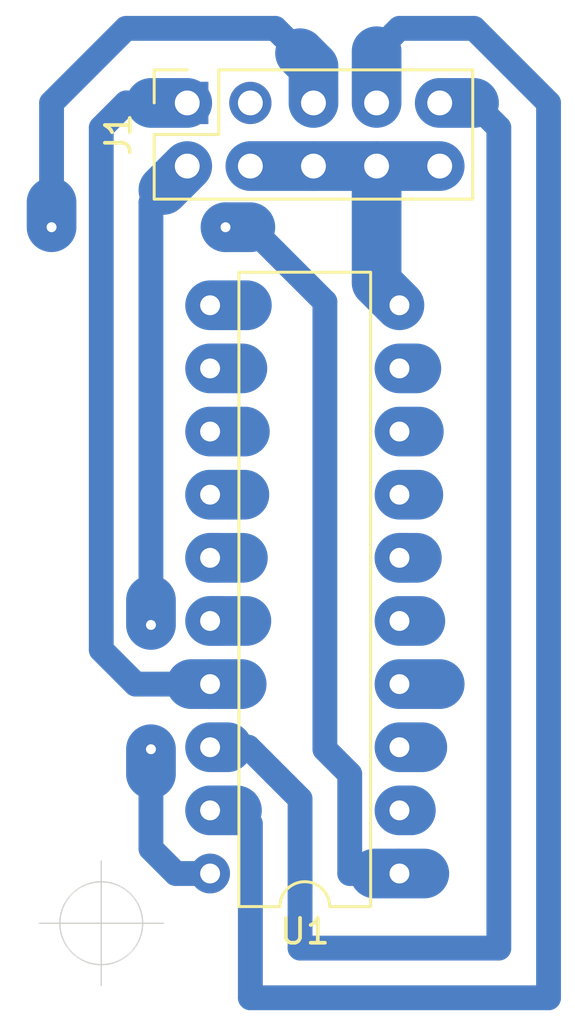
<source format=kicad_pcb>
(kicad_pcb (version 20171130) (host pcbnew 5.1.9)

  (general
    (thickness 1.6)
    (drawings 12)
    (tracks 82)
    (zones 0)
    (modules 2)
    (nets 22)
  )

  (page A4)
  (layers
    (0 F.Cu signal)
    (31 B.Cu signal)
    (32 B.Adhes user)
    (33 F.Adhes user)
    (34 B.Paste user)
    (35 F.Paste user)
    (36 B.SilkS user)
    (37 F.SilkS user)
    (38 B.Mask user)
    (39 F.Mask user)
    (40 Dwgs.User user)
    (41 Cmts.User user)
    (42 Eco1.User user)
    (43 Eco2.User user)
    (44 Edge.Cuts user)
    (45 Margin user)
    (46 B.CrtYd user)
    (47 F.CrtYd user)
    (48 B.Fab user)
    (49 F.Fab user)
  )

  (setup
    (last_trace_width 0.25)
    (user_trace_width 0.5)
    (user_trace_width 1)
    (user_trace_width 2)
    (trace_clearance 0.2)
    (zone_clearance 0.508)
    (zone_45_only no)
    (trace_min 0.2)
    (via_size 0.8)
    (via_drill 0.4)
    (via_min_size 0.4)
    (via_min_drill 0.3)
    (uvia_size 0.3)
    (uvia_drill 0.1)
    (uvias_allowed no)
    (uvia_min_size 0.2)
    (uvia_min_drill 0.1)
    (edge_width 0.05)
    (segment_width 0.2)
    (pcb_text_width 0.3)
    (pcb_text_size 1.5 1.5)
    (mod_edge_width 0.12)
    (mod_text_size 1 1)
    (mod_text_width 0.15)
    (pad_size 1.524 1.524)
    (pad_drill 0.762)
    (pad_to_mask_clearance 0)
    (aux_axis_origin 0 0)
    (visible_elements FFFFFF7F)
    (pcbplotparams
      (layerselection 0x010fc_ffffffff)
      (usegerberextensions false)
      (usegerberattributes true)
      (usegerberadvancedattributes true)
      (creategerberjobfile true)
      (excludeedgelayer true)
      (linewidth 0.100000)
      (plotframeref false)
      (viasonmask false)
      (mode 1)
      (useauxorigin false)
      (hpglpennumber 1)
      (hpglpenspeed 20)
      (hpglpendiameter 15.000000)
      (psnegative false)
      (psa4output false)
      (plotreference true)
      (plotvalue true)
      (plotinvisibletext false)
      (padsonsilk false)
      (subtractmaskfromsilk false)
      (outputformat 1)
      (mirror false)
      (drillshape 1)
      (scaleselection 1)
      (outputdirectory ""))
  )

  (net 0 "")
  (net 1 /GND)
  (net 2 /MISO)
  (net 3 /SCK)
  (net 4 /RESET)
  (net 5 "Net-(J1-Pad3)")
  (net 6 /+5V)
  (net 7 /MOSI)
  (net 8 "Net-(U1-Pad9)")
  (net 9 "Net-(U1-Pad8)")
  (net 10 "Net-(U1-Pad7)")
  (net 11 "Net-(U1-Pad16)")
  (net 12 "Net-(U1-Pad6)")
  (net 13 "Net-(U1-Pad15)")
  (net 14 "Net-(U1-Pad5)")
  (net 15 "Net-(U1-Pad14)")
  (net 16 "Net-(U1-Pad4)")
  (net 17 "Net-(U1-Pad13)")
  (net 18 "Net-(U1-Pad3)")
  (net 19 "Net-(U1-Pad12)")
  (net 20 "Net-(U1-Pad2)")
  (net 21 "Net-(U1-Pad11)")

  (net_class Default "This is the default net class."
    (clearance 0.2)
    (trace_width 0.25)
    (via_dia 0.8)
    (via_drill 0.4)
    (uvia_dia 0.3)
    (uvia_drill 0.1)
    (add_net /+5V)
    (add_net /GND)
    (add_net /MISO)
    (add_net /MOSI)
    (add_net /RESET)
    (add_net /SCK)
    (add_net "Net-(J1-Pad3)")
    (add_net "Net-(U1-Pad11)")
    (add_net "Net-(U1-Pad12)")
    (add_net "Net-(U1-Pad13)")
    (add_net "Net-(U1-Pad14)")
    (add_net "Net-(U1-Pad15)")
    (add_net "Net-(U1-Pad16)")
    (add_net "Net-(U1-Pad2)")
    (add_net "Net-(U1-Pad3)")
    (add_net "Net-(U1-Pad4)")
    (add_net "Net-(U1-Pad5)")
    (add_net "Net-(U1-Pad6)")
    (add_net "Net-(U1-Pad7)")
    (add_net "Net-(U1-Pad8)")
    (add_net "Net-(U1-Pad9)")
  )

  (module Package_DIP:DIP-20_W7.62mm (layer F.Cu) (tedit 5A02E8C5) (tstamp 608771A4)
    (at 141 115 180)
    (descr "20-lead though-hole mounted DIP package, row spacing 7.62 mm (300 mils)")
    (tags "THT DIP DIL PDIP 2.54mm 7.62mm 300mil")
    (path /60874877)
    (fp_text reference U1 (at 3.81 -2.33) (layer F.SilkS)
      (effects (font (size 1 1) (thickness 0.15)))
    )
    (fp_text value ATtiny2313-20PU (at 3.81 25.19) (layer F.Fab)
      (effects (font (size 1 1) (thickness 0.15)))
    )
    (fp_line (start 8.7 -1.55) (end -1.1 -1.55) (layer F.CrtYd) (width 0.05))
    (fp_line (start 8.7 24.4) (end 8.7 -1.55) (layer F.CrtYd) (width 0.05))
    (fp_line (start -1.1 24.4) (end 8.7 24.4) (layer F.CrtYd) (width 0.05))
    (fp_line (start -1.1 -1.55) (end -1.1 24.4) (layer F.CrtYd) (width 0.05))
    (fp_line (start 6.46 -1.33) (end 4.81 -1.33) (layer F.SilkS) (width 0.12))
    (fp_line (start 6.46 24.19) (end 6.46 -1.33) (layer F.SilkS) (width 0.12))
    (fp_line (start 1.16 24.19) (end 6.46 24.19) (layer F.SilkS) (width 0.12))
    (fp_line (start 1.16 -1.33) (end 1.16 24.19) (layer F.SilkS) (width 0.12))
    (fp_line (start 2.81 -1.33) (end 1.16 -1.33) (layer F.SilkS) (width 0.12))
    (fp_line (start 0.635 -0.27) (end 1.635 -1.27) (layer F.Fab) (width 0.1))
    (fp_line (start 0.635 24.13) (end 0.635 -0.27) (layer F.Fab) (width 0.1))
    (fp_line (start 6.985 24.13) (end 0.635 24.13) (layer F.Fab) (width 0.1))
    (fp_line (start 6.985 -1.27) (end 6.985 24.13) (layer F.Fab) (width 0.1))
    (fp_line (start 1.635 -1.27) (end 6.985 -1.27) (layer F.Fab) (width 0.1))
    (fp_text user %R (at 3.81 11.43) (layer F.Fab)
      (effects (font (size 1 1) (thickness 0.15)))
    )
    (fp_arc (start 3.81 -1.33) (end 2.81 -1.33) (angle -180) (layer F.SilkS) (width 0.12))
    (pad 20 thru_hole oval (at 7.62 0 180) (size 1.6 1.6) (drill 0.8) (layers *.Cu *.Mask)
      (net 6 /+5V))
    (pad 10 thru_hole oval (at 0 22.86 180) (size 1.6 1.6) (drill 0.8) (layers *.Cu *.Mask)
      (net 1 /GND))
    (pad 19 thru_hole oval (at 7.62 2.54 180) (size 1.6 1.6) (drill 0.8) (layers *.Cu *.Mask)
      (net 3 /SCK))
    (pad 9 thru_hole oval (at 0 20.32 180) (size 1.6 1.6) (drill 0.8) (layers *.Cu *.Mask)
      (net 8 "Net-(U1-Pad9)"))
    (pad 18 thru_hole oval (at 7.62 5.08 180) (size 1.6 1.6) (drill 0.8) (layers *.Cu *.Mask)
      (net 2 /MISO))
    (pad 8 thru_hole oval (at 0 17.78 180) (size 1.6 1.6) (drill 0.8) (layers *.Cu *.Mask)
      (net 9 "Net-(U1-Pad8)"))
    (pad 17 thru_hole oval (at 7.62 7.62 180) (size 1.6 1.6) (drill 0.8) (layers *.Cu *.Mask)
      (net 7 /MOSI))
    (pad 7 thru_hole oval (at 0 15.24 180) (size 1.6 1.6) (drill 0.8) (layers *.Cu *.Mask)
      (net 10 "Net-(U1-Pad7)"))
    (pad 16 thru_hole oval (at 7.62 10.16 180) (size 1.6 1.6) (drill 0.8) (layers *.Cu *.Mask)
      (net 11 "Net-(U1-Pad16)"))
    (pad 6 thru_hole oval (at 0 12.7 180) (size 1.6 1.6) (drill 0.8) (layers *.Cu *.Mask)
      (net 12 "Net-(U1-Pad6)"))
    (pad 15 thru_hole oval (at 7.62 12.7 180) (size 1.6 1.6) (drill 0.8) (layers *.Cu *.Mask)
      (net 13 "Net-(U1-Pad15)"))
    (pad 5 thru_hole oval (at 0 10.16 180) (size 1.6 1.6) (drill 0.8) (layers *.Cu *.Mask)
      (net 14 "Net-(U1-Pad5)"))
    (pad 14 thru_hole oval (at 7.62 15.24 180) (size 1.6 1.6) (drill 0.8) (layers *.Cu *.Mask)
      (net 15 "Net-(U1-Pad14)"))
    (pad 4 thru_hole oval (at 0 7.62 180) (size 1.6 1.6) (drill 0.8) (layers *.Cu *.Mask)
      (net 16 "Net-(U1-Pad4)"))
    (pad 13 thru_hole oval (at 7.62 17.78 180) (size 1.6 1.6) (drill 0.8) (layers *.Cu *.Mask)
      (net 17 "Net-(U1-Pad13)"))
    (pad 3 thru_hole oval (at 0 5.08 180) (size 1.6 1.6) (drill 0.8) (layers *.Cu *.Mask)
      (net 18 "Net-(U1-Pad3)"))
    (pad 12 thru_hole oval (at 7.62 20.32 180) (size 1.6 1.6) (drill 0.8) (layers *.Cu *.Mask)
      (net 19 "Net-(U1-Pad12)"))
    (pad 2 thru_hole oval (at 0 2.54 180) (size 1.6 1.6) (drill 0.8) (layers *.Cu *.Mask)
      (net 20 "Net-(U1-Pad2)"))
    (pad 11 thru_hole oval (at 7.62 22.86 180) (size 1.6 1.6) (drill 0.8) (layers *.Cu *.Mask)
      (net 21 "Net-(U1-Pad11)"))
    (pad 1 thru_hole rect (at 0 0 180) (size 1.6 1.6) (drill 0.8) (layers *.Cu *.Mask)
      (net 4 /RESET))
    (model ${KISYS3DMOD}/Package_DIP.3dshapes/DIP-20_W7.62mm.wrl
      (at (xyz 0 0 0))
      (scale (xyz 1 1 1))
      (rotate (xyz 0 0 0))
    )
  )

  (module Connector_PinSocket_2.54mm:PinSocket_2x05_P2.54mm_Vertical (layer F.Cu) (tedit 5A19A42B) (tstamp 60877441)
    (at 132.46 84 90)
    (descr "Through hole straight socket strip, 2x05, 2.54mm pitch, double cols (from Kicad 4.0.7), script generated")
    (tags "Through hole socket strip THT 2x05 2.54mm double row")
    (path /60873DC2)
    (fp_text reference J1 (at -1.27 -2.77 90) (layer F.SilkS)
      (effects (font (size 1 1) (thickness 0.15)))
    )
    (fp_text value "ISP connector" (at -1.27 12.93 90) (layer F.Fab)
      (effects (font (size 1 1) (thickness 0.15)))
    )
    (fp_line (start -4.34 11.9) (end -4.34 -1.8) (layer F.CrtYd) (width 0.05))
    (fp_line (start 1.76 11.9) (end -4.34 11.9) (layer F.CrtYd) (width 0.05))
    (fp_line (start 1.76 -1.8) (end 1.76 11.9) (layer F.CrtYd) (width 0.05))
    (fp_line (start -4.34 -1.8) (end 1.76 -1.8) (layer F.CrtYd) (width 0.05))
    (fp_line (start 0 -1.33) (end 1.33 -1.33) (layer F.SilkS) (width 0.12))
    (fp_line (start 1.33 -1.33) (end 1.33 0) (layer F.SilkS) (width 0.12))
    (fp_line (start -1.27 -1.33) (end -1.27 1.27) (layer F.SilkS) (width 0.12))
    (fp_line (start -1.27 1.27) (end 1.33 1.27) (layer F.SilkS) (width 0.12))
    (fp_line (start 1.33 1.27) (end 1.33 11.49) (layer F.SilkS) (width 0.12))
    (fp_line (start -3.87 11.49) (end 1.33 11.49) (layer F.SilkS) (width 0.12))
    (fp_line (start -3.87 -1.33) (end -3.87 11.49) (layer F.SilkS) (width 0.12))
    (fp_line (start -3.87 -1.33) (end -1.27 -1.33) (layer F.SilkS) (width 0.12))
    (fp_line (start -3.81 11.43) (end -3.81 -1.27) (layer F.Fab) (width 0.1))
    (fp_line (start 1.27 11.43) (end -3.81 11.43) (layer F.Fab) (width 0.1))
    (fp_line (start 1.27 -0.27) (end 1.27 11.43) (layer F.Fab) (width 0.1))
    (fp_line (start 0.27 -1.27) (end 1.27 -0.27) (layer F.Fab) (width 0.1))
    (fp_line (start -3.81 -1.27) (end 0.27 -1.27) (layer F.Fab) (width 0.1))
    (fp_text user %R (at -1.27 5.08) (layer F.Fab)
      (effects (font (size 1 1) (thickness 0.15)))
    )
    (pad 10 thru_hole oval (at -2.54 10.16 90) (size 1.7 1.7) (drill 1) (layers *.Cu *.Mask)
      (net 1 /GND))
    (pad 9 thru_hole oval (at 0 10.16 90) (size 1.7 1.7) (drill 1) (layers *.Cu *.Mask)
      (net 2 /MISO))
    (pad 8 thru_hole oval (at -2.54 7.62 90) (size 1.7 1.7) (drill 1) (layers *.Cu *.Mask)
      (net 1 /GND))
    (pad 7 thru_hole oval (at 0 7.62 90) (size 1.7 1.7) (drill 1) (layers *.Cu *.Mask)
      (net 3 /SCK))
    (pad 6 thru_hole oval (at -2.54 5.08 90) (size 1.7 1.7) (drill 1) (layers *.Cu *.Mask)
      (net 1 /GND))
    (pad 5 thru_hole oval (at 0 5.08 90) (size 1.7 1.7) (drill 1) (layers *.Cu *.Mask)
      (net 4 /RESET))
    (pad 4 thru_hole oval (at -2.54 2.54 90) (size 1.7 1.7) (drill 1) (layers *.Cu *.Mask)
      (net 1 /GND))
    (pad 3 thru_hole oval (at 0 2.54 90) (size 1.7 1.7) (drill 1) (layers *.Cu *.Mask)
      (net 5 "Net-(J1-Pad3)"))
    (pad 2 thru_hole oval (at -2.54 0 90) (size 1.7 1.7) (drill 1) (layers *.Cu *.Mask)
      (net 6 /+5V))
    (pad 1 thru_hole rect (at 0 0 90) (size 1.7 1.7) (drill 1) (layers *.Cu *.Mask)
      (net 7 /MOSI))
    (model ${KISYS3DMOD}/Connector_PinSocket_2.54mm.3dshapes/PinSocket_2x05_P2.54mm_Vertical.wrl
      (at (xyz 0 0 0))
      (scale (xyz 1 1 1))
      (rotate (xyz 0 0 0))
    )
  )

  (target plus (at 129 117) (size 5) (width 0.05) (layer Edge.Cuts))
  (target plus (at 129 117) (size 5) (width 0.05) (layer Edge.Cuts))
  (gr_text 23mm (at 128 120) (layer Eco2.User)
    (effects (font (size 1 1) (thickness 0.15)))
  )
  (gr_text 41mm (at 126 115 90) (layer Eco2.User)
    (effects (font (size 1 1) (thickness 0.15)))
  )
  (gr_line (start 148 80) (end 148 121) (layer Eco2.User) (width 0.15) (tstamp 608776E2))
  (gr_line (start 125 80) (end 148 80) (layer Eco2.User) (width 0.15))
  (gr_line (start 125 121) (end 125 80) (layer Eco2.User) (width 0.15))
  (gr_line (start 126 121) (end 125 121) (layer Eco2.User) (width 0.15))
  (gr_line (start 127 121) (end 126 121) (layer Eco2.User) (width 0.15))
  (gr_line (start 128 121) (end 127 121) (layer Eco2.User) (width 0.15))
  (gr_line (start 130 121) (end 128 121) (layer Eco2.User) (width 0.15))
  (gr_line (start 148 121) (end 130 121) (layer Eco2.User) (width 0.15))

  (segment (start 135 86.54) (end 137.54 86.54) (width 2) (layer B.Cu) (net 1))
  (segment (start 137.54 86.54) (end 140.08 86.54) (width 2) (layer B.Cu) (net 1))
  (segment (start 140.08 86.54) (end 142.62 86.54) (width 2) (layer B.Cu) (net 1))
  (segment (start 140.08 91.22) (end 141 92.14) (width 2) (layer B.Cu) (net 1))
  (segment (start 140.08 86.54) (end 140.08 91.22) (width 2) (layer B.Cu) (net 1))
  (segment (start 142.62 84) (end 144 84) (width 2) (layer B.Cu) (net 2))
  (segment (start 133.38 109.92) (end 134.08 109.92) (width 2) (layer B.Cu) (net 2))
  (segment (start 144 84) (end 145 85) (width 1) (layer B.Cu) (net 2))
  (segment (start 145 85) (end 145 118) (width 1) (layer B.Cu) (net 2))
  (segment (start 137 118) (end 137 112) (width 1) (layer B.Cu) (net 2))
  (segment (start 145 118) (end 137 118) (width 1) (layer B.Cu) (net 2))
  (segment (start 137 112) (end 134.92 109.92) (width 1) (layer B.Cu) (net 2))
  (segment (start 134.92 109.92) (end 134.08 109.92) (width 1) (layer B.Cu) (net 2))
  (segment (start 140.08 84) (end 140.08 81.92) (width 2) (layer B.Cu) (net 3))
  (segment (start 133.38 112.46) (end 134.46 112.46) (width 2) (layer B.Cu) (net 3))
  (segment (start 134.46 112.46) (end 135 113) (width 1) (layer B.Cu) (net 3))
  (segment (start 135 113) (end 135 120) (width 1) (layer B.Cu) (net 3))
  (segment (start 147 120) (end 147 84) (width 1) (layer B.Cu) (net 3))
  (segment (start 135 120) (end 147 120) (width 1) (layer B.Cu) (net 3))
  (segment (start 147 84) (end 144 81) (width 1) (layer B.Cu) (net 3))
  (segment (start 144 81) (end 141 81) (width 1) (layer B.Cu) (net 3))
  (segment (start 141 81) (end 140.08 81.92) (width 1) (layer B.Cu) (net 3))
  (segment (start 136 81) (end 130 81) (width 1) (layer B.Cu) (net 4))
  (segment (start 130 81) (end 127 84) (width 1) (layer B.Cu) (net 4))
  (segment (start 137.54 84) (end 137.54 83.54) (width 2) (layer B.Cu) (net 4))
  (segment (start 137.54 83.54) (end 137.54 82.54) (width 1) (layer B.Cu) (net 4))
  (segment (start 137.54 82.54) (end 137 82) (width 2) (layer B.Cu) (net 4))
  (segment (start 137.54 84) (end 137.54 82.54) (width 2) (layer B.Cu) (net 4))
  (segment (start 137 82) (end 136 81) (width 1) (layer B.Cu) (net 4))
  (segment (start 141 115) (end 140 115) (width 2) (layer B.Cu) (net 4))
  (segment (start 141 115) (end 142 115) (width 2) (layer B.Cu) (net 4))
  (segment (start 138 92) (end 136 90) (width 1) (layer B.Cu) (net 4))
  (segment (start 139 111) (end 138 110) (width 1) (layer B.Cu) (net 4))
  (segment (start 139 115) (end 139 111) (width 1) (layer B.Cu) (net 4))
  (segment (start 138 110) (end 138 92) (width 1) (layer B.Cu) (net 4))
  (segment (start 140 115) (end 139 115) (width 1) (layer B.Cu) (net 4))
  (segment (start 136 90) (end 135 89) (width 1) (layer B.Cu) (net 4))
  (segment (start 127 84) (end 127 89) (width 1) (layer B.Cu) (net 4))
  (segment (start 134 89) (end 134 89) (width 2) (layer B.Cu) (net 4))
  (segment (start 127 88) (end 127 89) (width 2) (layer B.Cu) (net 4))
  (segment (start 134 89) (end 135 89) (width 2) (layer B.Cu) (net 4) (tstamp 60877662))
  (via (at 134 89) (size 0.8) (drill 0.4) (layers F.Cu B.Cu) (net 4))
  (segment (start 127 89) (end 127 89) (width 1) (layer B.Cu) (net 4) (tstamp 60877664))
  (via (at 127 89) (size 0.8) (drill 0.4) (layers F.Cu B.Cu) (net 4))
  (segment (start 133.38 115) (end 132 115) (width 1) (layer B.Cu) (net 6))
  (segment (start 132 115) (end 131 114) (width 1) (layer B.Cu) (net 6))
  (segment (start 132.46 86.54) (end 131.5 87.5) (width 2) (layer B.Cu) (net 6))
  (segment (start 131.5 87.5) (end 131 88) (width 1) (layer B.Cu) (net 6))
  (segment (start 131 105) (end 131 105) (width 1) (layer B.Cu) (net 6) (tstamp 60877666))
  (via (at 131 105) (size 0.8) (drill 0.4) (layers F.Cu B.Cu) (net 6))
  (segment (start 131 110) (end 131 110) (width 1) (layer B.Cu) (net 6) (tstamp 60877668))
  (via (at 131 110) (size 0.8) (drill 0.4) (layers F.Cu B.Cu) (net 6))
  (segment (start 131 105) (end 131 104) (width 2) (layer B.Cu) (net 6))
  (segment (start 131 88) (end 131 104) (width 1) (layer B.Cu) (net 6))
  (segment (start 131 110) (end 131 111) (width 2) (layer B.Cu) (net 6))
  (segment (start 131 114) (end 131 111) (width 1) (layer B.Cu) (net 6))
  (segment (start 130 84) (end 129 85) (width 1) (layer B.Cu) (net 7))
  (segment (start 129 85) (end 129 106) (width 1) (layer B.Cu) (net 7))
  (segment (start 129 106) (end 130.38 107.38) (width 1) (layer B.Cu) (net 7))
  (segment (start 132.46 84) (end 131 84) (width 2) (layer B.Cu) (net 7))
  (segment (start 131 84) (end 130 84) (width 1) (layer B.Cu) (net 7))
  (segment (start 133.38 107.38) (end 132.62 107.38) (width 2) (layer B.Cu) (net 7))
  (segment (start 130.38 107.38) (end 132.62 107.38) (width 1) (layer B.Cu) (net 7))
  (segment (start 133.38 107.38) (end 134.651283 107.38) (width 2) (layer B.Cu) (net 7))
  (segment (start 141 94.68) (end 141.68 94.68) (width 2) (layer B.Cu) (net 8))
  (segment (start 141 97.22) (end 141.78 97.22) (width 2) (layer B.Cu) (net 9))
  (segment (start 141 99.76) (end 141.76 99.76) (width 2) (layer B.Cu) (net 10))
  (segment (start 133.38 104.84) (end 133.84 104.84) (width 2) (layer B.Cu) (net 11))
  (segment (start 133.38 104.84) (end 134.84 104.84) (width 2) (layer B.Cu) (net 11))
  (segment (start 141 102.3) (end 141.3 102.3) (width 2) (layer B.Cu) (net 12))
  (segment (start 141 102.3) (end 141.7 102.3) (width 2) (layer B.Cu) (net 12))
  (segment (start 133.38 102.3) (end 133.7 102.3) (width 2) (layer B.Cu) (net 13))
  (segment (start 133.38 102.3) (end 134.7 102.3) (width 2) (layer B.Cu) (net 13))
  (segment (start 141 104.84) (end 141.84 104.84) (width 2) (layer B.Cu) (net 14))
  (segment (start 133.38 99.76) (end 133.76 99.76) (width 2) (layer B.Cu) (net 15))
  (segment (start 133.38 99.76) (end 134.76 99.76) (width 2) (layer B.Cu) (net 15))
  (segment (start 141 107.38) (end 142.62 107.38) (width 2) (layer B.Cu) (net 16))
  (segment (start 133.38 97.22) (end 134.78 97.22) (width 2) (layer B.Cu) (net 17))
  (segment (start 141 109.92) (end 141.92 109.92) (width 2) (layer B.Cu) (net 18))
  (segment (start 133.38 94.68) (end 134.68 94.68) (width 2) (layer B.Cu) (net 19))
  (segment (start 141 112.46) (end 141.46 112.46) (width 2) (layer B.Cu) (net 20))
  (segment (start 133.38 92.14) (end 134.86 92.14) (width 2) (layer B.Cu) (net 21))

)

</source>
